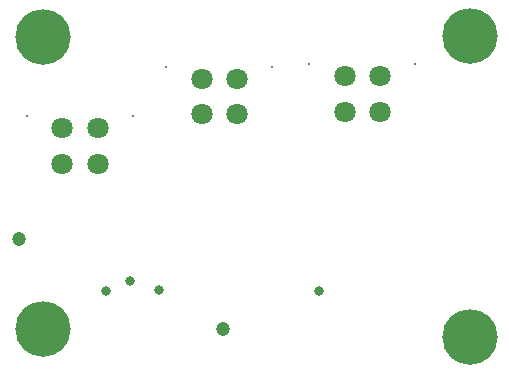
<source format=gbs>
G04 Layer_Color=16711935*
%FSLAX44Y44*%
%MOMM*%
G71*
G01*
G75*
%ADD27C,1.2000*%
%ADD36C,0.2000*%
%ADD37C,1.8000*%
%ADD38C,4.7000*%
%ADD39C,0.8000*%
D27*
X1360570Y1069430D02*
D03*
X1533000Y993000D02*
D03*
D36*
X1575000Y1215000D02*
D03*
X1485000D02*
D03*
X1696000Y1217000D02*
D03*
X1606000D02*
D03*
X1457000Y1173000D02*
D03*
X1367000D02*
D03*
D37*
X1515000Y1175000D02*
D03*
X1545000Y1205000D02*
D03*
X1515000D02*
D03*
X1545000Y1175000D02*
D03*
X1636000Y1177000D02*
D03*
X1666000Y1207000D02*
D03*
X1636000D02*
D03*
X1666000Y1177000D02*
D03*
X1397000Y1133000D02*
D03*
X1427000Y1163000D02*
D03*
X1397000D02*
D03*
X1427000Y1133000D02*
D03*
D38*
X1742000Y986000D02*
D03*
X1381000Y993000D02*
D03*
X1742000Y1241000D02*
D03*
X1381000Y1240000D02*
D03*
D39*
X1614424Y1024890D02*
D03*
X1434000D02*
D03*
X1454000Y1033526D02*
D03*
X1479000Y1026000D02*
D03*
M02*

</source>
